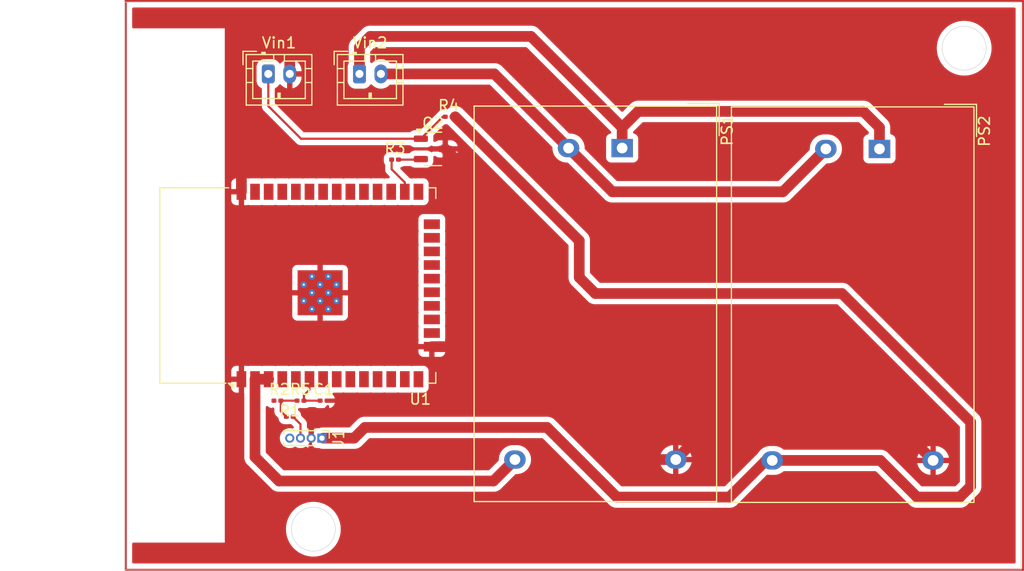
<source format=kicad_pcb>
(kicad_pcb (version 20240108) (generator "pcbnew") (generator_version "8.0")
  (layers (0 "F.Cu" signal) (31 "B.Cu" signal) (34 "B.Paste" user) (35 "F.Paste" user) (36 "B.SilkS" user "B.Silkscreen") (37 "F.SilkS" user "F.Silkscreen") (38 "B.Mask" user) (39 "F.Mask" user) (44 "Edge.Cuts" user))
  (net 0 "")
  (net 1 "GND")
  (net 2 "/ADC")
  (net 4 "+5V")
  (net 5 "Net-(J1-Pin_3)")
  (net 6 "Net-(PS1-AC{slash}N)")
  (net 7 "+3.3V")
  (net 8 "Net-(PS1-AC{slash}L)")
  (net 9 "Net-(Q2-C)")
  (net 10 "Net-(Q2-B)")
  (net 11 "Net-(R1-Pad1)")
  (net 12 "/En")
  (footprint "Resistor_SMD:R_0201_0603Metric" (layer "F.Cu") (at 84 111.5)
    (property "Reference" "R5" (at 0 -1.05 0) (layer "F.SilkS"))
    (property "Value" "R")
    (pad "1" smd roundrect (at -0.32 0) (size 0.46 0.4) (layers "F.Cu" "F.Mask") (net 11 "Net-(R1-Pad1)"))
    (pad "2" smd roundrect (at 0.32 0) (size 0.46 0.4) (layers "F.Cu" "F.Mask") (net 2 "/ADC"))
  )
  (footprint "Connector_JST:JST_PH_B2B-PH-K_1x02_P2.00mm_Vertical" (layer "F.Cu") (at 89.5 81)
    (property "Reference" "Vin2" (at 1 -2.9 0) (layer "F.SilkS"))
    (property "Value" "Conn_01x02_Pin")
    (fp_line (start -2.36 -2.11) (end -2.36 -0.86) (stroke (width 0.12)) (layer "F.SilkS"))
    (fp_line (start -2.06 -1.81) (end -2.06 2.91) (stroke (width 0.12)) (layer "F.SilkS"))
    (fp_line (start -2.06 -0.5) (end -1.45 -0.5) (stroke (width 0.12)) (layer "F.SilkS"))
    (fp_line (start -2.06 0.8) (end -1.45 0.8) (stroke (width 0.12)) (layer "F.SilkS"))
    (fp_line (start -2.06 2.91) (end 4.06 2.91) (stroke (width 0.12)) (layer "F.SilkS"))
    (fp_line (start -1.45 -1.2) (end -1.45 2.3) (stroke (width 0.12)) (layer "F.SilkS"))
    (fp_line (start -1.45 2.3) (end 3.45 2.3) (stroke (width 0.12)) (layer "F.SilkS"))
    (fp_line (start -1.11 -2.11) (end -2.36 -2.11) (stroke (width 0.12)) (layer "F.SilkS"))
    (fp_line (start -0.6 -2.01) (end -0.6 -1.81) (stroke (width 0.12)) (layer "F.SilkS"))
    (fp_line (start -0.3 -2.01) (end -0.6 -2.01) (stroke (width 0.12)) (layer "F.SilkS"))
    (fp_line (start -0.3 -1.91) (end -0.6 -1.91) (stroke (width 0.12)) (layer "F.SilkS"))
    (fp_line (start -0.3 -1.81) (end -0.3 -2.01) (stroke (width 0.12)) (layer "F.SilkS"))
    (fp_line (start 0.5 -1.81) (end 0.5 -1.2) (stroke (width 0.12)) (layer "F.SilkS"))
    (fp_line (start 0.5 -1.2) (end -1.45 -1.2) (stroke (width 0.12)) (layer "F.SilkS"))
    (fp_line (start 0.9 1.8) (end 1.1 1.8) (stroke (width 0.12)) (layer "F.SilkS"))
    (fp_line (start 0.9 2.3) (end 0.9 1.8) (stroke (width 0.12)) (layer "F.SilkS"))
    (fp_line (start 1 2.3) (end 1 1.8) (stroke (width 0.12)) (layer "F.SilkS"))
    (fp_line (start 1.1 1.8) (end 1.1 2.3) (stroke (width 0.12)) (layer "F.SilkS"))
    (fp_line (start 1.5 -1.2) (end 1.5 -1.81) (stroke (width 0.12)) (layer "F.SilkS"))
    (fp_line (start 3.45 -1.2) (end 1.5 -1.2) (stroke (width 0.12)) (layer "F.SilkS"))
    (fp_line (start 3.45 2.3) (end 3.45 -1.2) (stroke (width 0.12)) (layer "F.SilkS"))
    (fp_line (start 4.06 -1.81) (end -2.06 -1.81) (stroke (width 0.12)) (layer "F.SilkS"))
    (fp_line (start 4.06 -0.5) (end 3.45 -0.5) (stroke (width 0.12)) (layer "F.SilkS"))
    (fp_line (start 4.06 0.8) (end 3.45 0.8) (stroke (width 0.12)) (layer "F.SilkS"))
    (fp_line (start 4.06 2.91) (end 4.06 -1.81) (stroke (width 0.12)) (layer "F.SilkS"))
    (pad "1" thru_hole roundrect (at 0 0) (size 1.2 1.75) (drill 0.75) (layers "*.Cu" "*.Mask") (roundrect_rratio 0.208333) (net 8 "Net-(PS1-AC{slash}L)"))
    (pad "2" thru_hole oval (at 2 0) (size 1.2 1.75) (drill 0.75) (layers "*.Cu" "*.Mask") (net 6 "Net-(PS1-AC{slash}N)"))
  )
  (footprint "Connector_JST:JST_PH_B2B-PH-K_1x02_P2.00mm_Vertical" (layer "F.Cu") (at 81 81)
    (property "Reference" "Vin1" (at 1 -2.9 0) (layer "F.SilkS"))
    (property "Value" "Buzzer")
    (fp_line (start -2.36 -2.11) (end -2.36 -0.86) (stroke (width 0.12)) (layer "F.SilkS"))
    (fp_line (start -2.06 -1.81) (end -2.06 2.91) (stroke (width 0.12)) (layer "F.SilkS"))
    (fp_line (start -2.06 -0.5) (end -1.45 -0.5) (stroke (width 0.12)) (layer "F.SilkS"))
    (fp_line (start -2.06 0.8) (end -1.45 0.8) (stroke (width 0.12)) (layer "F.SilkS"))
    (fp_line (start -2.06 2.91) (end 4.06 2.91) (stroke (width 0.12)) (layer "F.SilkS"))
    (fp_line (start -1.45 -1.2) (end -1.45 2.3) (stroke (width 0.12)) (layer "F.SilkS"))
    (fp_line (start -1.45 2.3) (end 3.45 2.3) (stroke (width 0.12)) (layer "F.SilkS"))
    (fp_line (start -1.11 -2.11) (end -2.36 -2.11) (stroke (width 0.12)) (layer "F.SilkS"))
    (fp_line (start -0.6 -2.01) (end -0.6 -1.81) (stroke (width 0.12)) (layer "F.SilkS"))
    (fp_line (start -0.3 -2.01) (end -0.6 -2.01) (stroke (width 0.12)) (layer "F.SilkS"))
    (fp_line (start -0.3 -1.91) (end -0.6 -1.91) (stroke (width 0.12)) (layer "F.SilkS"))
    (fp_line (start -0.3 -1.81) (end -0.3 -2.01) (stroke (width 0.12)) (layer "F.SilkS"))
    (fp_line (start 0.5 -1.81) (end 0.5 -1.2) (stroke (width 0.12)) (layer "F.SilkS"))
    (fp_line (start 0.5 -1.2) (end -1.45 -1.2) (stroke (width 0.12)) (layer "F.SilkS"))
    (fp_line (start 0.9 1.8) (end 1.1 1.8) (stroke (width 0.12)) (layer "F.SilkS"))
    (fp_line (start 0.9 2.3) (end 0.9 1.8) (stroke (width 0.12)) (layer "F.SilkS"))
    (fp_line (start 1 2.3) (end 1 1.8) (stroke (width 0.12)) (layer "F.SilkS"))
    (fp_line (start 1.1 1.8) (end 1.1 2.3) (stroke (width 0.12)) (layer "F.SilkS"))
    (fp_line (start 1.5 -1.2) (end 1.5 -1.81) (stroke (width 0.12)) (layer "F.SilkS"))
    (fp_line (start 3.45 -1.2) (end 1.5 -1.2) (stroke (width 0.12)) (layer "F.SilkS"))
    (fp_line (start 3.45 2.3) (end 3.45 -1.2) (stroke (width 0.12)) (layer "F.SilkS"))
    (fp_line (start 4.06 -1.81) (end -2.06 -1.81) (stroke (width 0.12)) (layer "F.SilkS"))
    (fp_line (start 4.06 -0.5) (end 3.45 -0.5) (stroke (width 0.12)) (layer "F.SilkS"))
    (fp_line (start 4.06 0.8) (end 3.45 0.8) (stroke (width 0.12)) (layer "F.SilkS"))
    (fp_line (start 4.06 2.91) (end 4.06 -1.81) (stroke (width 0.12)) (layer "F.SilkS"))
    (pad "1" thru_hole roundrect (at 0 0) (size 1.2 1.75) (drill 0.75) (layers "*.Cu" "*.Mask") (roundrect_rratio 0.208333) (net 9 "Net-(Q2-C)"))
    (pad "2" thru_hole oval (at 2 0) (size 1.2 1.75) (drill 0.75) (layers "*.Cu" "*.Mask") (net 1 "GND"))
  )
  (footprint "Converter_ACDC:Converter_ACDC_Hi-Link_HLK-PMxx" (layer "F.Cu") (at 114 87.92 -90)
    (property "Reference" "PS1" (at -1.66 -9.79 90) (layer "F.SilkS"))
    (property "Value" "HLK-PM03")
    (fp_line (start -3.92 13.81) (end 33 13.81) (stroke (width 0.12)) (layer "F.SilkS"))
    (fp_line (start -4.16 -6.05) (end -4.16 -9.05) (stroke (width 0.12)) (layer "F.SilkS"))
    (fp_line (start -3.92 -8.81) (end -3.92 13.81) (stroke (width 0.12)) (layer "F.SilkS"))
    (fp_line (start -3.92 -8.81) (end 33 -8.81) (stroke (width 0.12)) (layer "F.SilkS"))
    (fp_line (start 33 -8.81) (end 33 13.81) (stroke (width 0.12)) (layer "F.SilkS"))
    (fp_line (start -4.16 -9.05) (end -1.16 -9.05) (stroke (width 0.12)) (layer "F.SilkS"))
    (pad "1" thru_hole rect (at 0 0 270) (size 1.7 2) (drill 1) (layers "*.Cu" "*.Mask") (net 8 "Net-(PS1-AC{slash}L)"))
    (pad "2" thru_hole oval (at 0 5 270) (size 1.7 2) (drill 1) (layers "*.Cu" "*.Mask") (net 6 "Net-(PS1-AC{slash}N)"))
    (pad "3" thru_hole oval (at 29.08 -5 270) (size 1.7 2) (drill 1) (layers "*.Cu" "*.Mask") (net 1 "GND"))
    (pad "4" thru_hole oval (at 29.08 10 270) (size 1.7 2) (drill 1) (layers "*.Cu" "*.Mask") (net 7 "+3.3V"))
  )
  (footprint "Connector_PinHeader_1.00mm:PinHeader_1x04_P1.00mm_Vertical" (layer "F.Cu") (at 86 115 -90)
    (property "Reference" "J1" (at 0 -1.56 90) (layer "F.SilkS"))
    (property "Value" "Sensor")
    (fp_line (start -0.695 3.56) (end -0.394493 3.56) (stroke (width 0.12)) (layer "F.SilkS"))
    (fp_line (start 0.394493 3.56) (end 0.695 3.56) (stroke (width 0.12)) (layer "F.SilkS"))
    (fp_line (start -0.695 0.685) (end -0.695 3.56) (stroke (width 0.12)) (layer "F.SilkS"))
    (fp_line (start -0.695 0.685) (end -0.608276 0.685) (stroke (width 0.12)) (layer "F.SilkS"))
    (fp_line (start 0.608276 0.685) (end 0.695 0.685) (stroke (width 0.12)) (layer "F.SilkS"))
    (fp_line (start 0.695 0.685) (end 0.695 3.56) (stroke (width 0.12)) (layer "F.SilkS"))
    (fp_line (start -0.695 0) (end -0.695 -0.685) (stroke (width 0.12)) (layer "F.SilkS"))
    (fp_line (start -0.695 -0.685) (end 0 -0.685) (stroke (width 0.12)) (layer "F.SilkS"))
    (pad "1" thru_hole rect (at 0 0 270) (size 0.85 0.85) (drill 0.5) (layers "*.Cu" "*.Mask") (net 4 "+5V"))
    (pad "2" thru_hole oval (at 0 1 270) (size 0.85 0.85) (drill 0.5) (layers "*.Cu" "*.Mask") (net 1 "GND"))
    (pad "3" thru_hole oval (at 0 2 270) (size 0.85 0.85) (drill 0.5) (layers "*.Cu" "*.Mask") (net 5 "Net-(J1-Pin_3)"))
    (pad "4" thru_hole oval (at 0 3 270) (size 0.85 0.85) (drill 0.5) (layers "*.Cu" "*.Mask"))
  )
  (footprint "RF_Module:ESP32-WROOM-32" (layer "F.Cu") (at 86.74 100.75 90)
    (property "Reference" "U1" (at -10.61 8.43 0) (layer "F.SilkS"))
    (property "Value" "ESP32-WROOM-32")
    (fp_line (start 9.12 -15.86) (end 9.12 -9.445) (stroke (width 0.12)) (layer "F.SilkS"))
    (fp_line (start -9.12 -15.86) (end 9.12 -15.86) (stroke (width 0.12)) (layer "F.SilkS"))
    (fp_line (start -9.12 -15.86) (end -9.12 -9.7) (stroke (width 0.12)) (layer "F.SilkS"))
    (fp_line (start 9.12 9.1) (end 9.12 9.88) (stroke (width 0.12)) (layer "F.SilkS"))
    (fp_line (start -9.12 9.1) (end -9.12 9.88) (stroke (width 0.12)) (layer "F.SilkS"))
    (fp_line (start 9.12 9.88) (end 8.12 9.88) (stroke (width 0.12)) (layer "F.SilkS"))
    (fp_line (start -9.12 9.88) (end -8.12 9.88) (stroke (width 0.12)) (layer "F.SilkS"))
    (fp_poly (pts (xy -9.125 -8.975) (xy -9.625 -8.975) (xy -9.125 -9.475) (xy -9.125 -8.975)) (stroke (width 0.12)) (fill solid) (layer "F.SilkS"))
    (pad "1" smd rect (at -8.75 -8.25 90) (size 1.5 0.9) (layers "F.Cu" "F.Paste" "F.Mask") (net 1 "GND"))
    (pad "2" smd rect (at -8.75 -6.98 90) (size 1.5 0.9) (layers "F.Cu" "F.Paste" "F.Mask") (net 7 "+3.3V"))
    (pad "3" smd rect (at -8.75 -5.71 90) (size 1.5 0.9) (layers "F.Cu" "F.Paste" "F.Mask") (net 7 "+3.3V"))
    (pad "4" smd rect (at -8.75 -4.44 90) (size 1.5 0.9) (layers "F.Cu" "F.Paste" "F.Mask"))
    (pad "5" smd rect (at -8.75 -3.17 90) (size 1.5 0.9) (layers "F.Cu" "F.Paste" "F.Mask"))
    (pad "6" smd rect (at -8.75 -1.9 90) (size 1.5 0.9) (layers "F.Cu" "F.Paste" "F.Mask") (net 2 "/ADC"))
    (pad "7" smd rect (at -8.75 -0.63 90) (size 1.5 0.9) (layers "F.Cu" "F.Paste" "F.Mask"))
    (pad "8" smd rect (at -8.75 0.64 90) (size 1.5 0.9) (layers "F.Cu" "F.Paste" "F.Mask"))
    (pad "9" smd rect (at -8.75 1.91 90) (size 1.5 0.9) (layers "F.Cu" "F.Paste" "F.Mask"))
    (pad "10" smd rect (at -8.75 3.18 90) (size 1.5 0.9) (layers "F.Cu" "F.Paste" "F.Mask"))
    (pad "11" smd rect (at -8.75 4.45 90) (size 1.5 0.9) (layers "F.Cu" "F.Paste" "F.Mask"))
    (pad "12" smd rect (at -8.75 5.72 90) (size 1.5 0.9) (layers "F.Cu" "F.Paste" "F.Mask"))
    (pad "13" smd rect (at -8.75 6.99 90) (size 1.5 0.9) (layers "F.Cu" "F.Paste" "F.Mask"))
    (pad "14" smd rect (at -8.75 8.26 90) (size 1.5 0.9) (layers "F.Cu" "F.Paste" "F.Mask"))
    (pad "15" smd rect (at -5.71 9.51 180) (size 1.5 0.9) (layers "F.Cu" "F.Paste" "F.Mask") (net 1 "GND"))
    (pad "16" smd rect (at -4.44 9.51 180) (size 1.5 0.9) (layers "F.Cu" "F.Paste" "F.Mask"))
    (pad "17" smd rect (at -3.17 9.51 180) (size 1.5 0.9) (layers "F.Cu" "F.Paste" "F.Mask"))
    (pad "18" smd rect (at -1.9 9.51 180) (size 1.5 0.9) (layers "F.Cu" "F.Paste" "F.Mask"))
    (pad "19" smd rect (at -0.63 9.51 180) (size 1.5 0.9) (layers "F.Cu" "F.Paste" "F.Mask"))
    (pad "20" smd rect (at 0.64 9.51 180) (size 1.5 0.9) (layers "F.Cu" "F.Paste" "F.Mask"))
    (pad "21" smd rect (at 1.91 9.51 180) (size 1.5 0.9) (layers "F.Cu" "F.Paste" "F.Mask"))
    (pad "22" smd rect (at 3.18 9.51 180) (size 1.5 0.9) (layers "F.Cu" "F.Paste" "F.Mask"))
    (pad "23" smd rect (at 4.45 9.51 180) (size 1.5 0.9) (layers "F.Cu" "F.Paste" "F.Mask"))
    (pad "24" smd rect (at 5.72 9.51 180) (size 1.5 0.9) (layers "F.Cu" "F.Paste" "F.Mask"))
    (pad "25" smd rect (at 8.75 8.26 90) (size 1.5 0.9) (layers "F.Cu" "F.Paste" "F.Mask"))
    (pad "26" smd rect (at 8.75 6.99 90) (size 1.5 0.9) (layers "F.Cu" "F.Paste" "F.Mask") (net 12 "/En"))
    (pad "27" smd rect (at 8.75 5.72 90) (size 1.5 0.9) (layers "F.Cu" "F.Paste" "F.Mask"))
    (pad "28" smd rect (at 8.75 4.45 90) (size 1.5 0.9) (layers "F.Cu" "F.Paste" "F.Mask"))
    (pad "29" smd rect (at 8.75 3.18 90) (size 1.5 0.9) (layers "F.Cu" "F.Paste" "F.Mask"))
    (pad "30" smd rect (at 8.75 1.91 90) (size 1.5 0.9) (layers "F.Cu" "F.Paste" "F.Mask"))
    (pad "31" smd rect (at 8.75 0.64 90) (size 1.5 0.9) (layers "F.Cu" "F.Paste" "F.Mask"))
    (pad "32" smd rect (at 8.75 -0.63 90) (size 1.5 0.9) (layers "F.Cu" "F.Paste" "F.Mask"))
    (pad "33" smd rect (at 8.75 -1.9 90) (size 1.5 0.9) (layers "F.Cu" "F.Paste" "F.Mask"))
    (pad "34" smd rect (at 8.75 -3.17 90) (size 1.5 0.9) (layers "F.Cu" "F.Paste" "F.Mask"))
    (pad "35" smd rect (at 8.75 -4.44 90) (size 1.5 0.9) (layers "F.Cu" "F.Paste" "F.Mask"))
    (pad "36" smd rect (at 8.75 -5.71 90) (size 1.5 0.9) (layers "F.Cu" "F.Paste" "F.Mask"))
    (pad "37" smd rect (at 8.75 -6.98 90) (size 1.5 0.9) (layers "F.Cu" "F.Paste" "F.Mask"))
    (pad "38" smd rect (at 8.75 -8.25 90) (size 1.5 0.9) (layers "F.Cu" "F.Paste" "F.Mask") (net 1 "GND"))
    (pad "39" smd rect (at -2.205 -2.435 90) (size 1.05 1.05) (layers "F.Cu" "F.Paste") (net 1 "GND"))
    (pad "39" thru_hole circle (at -2.205 -1.6725 90) (size 0.6 0.6) (drill 0.2) (property pad_prop_heatsink) (layers "*.Cu" "F.Mask") (net 1 "GND"))
    (pad "39" smd rect (at -2.205 -0.91 90) (size 1.05 1.05) (layers "F.Cu" "F.Paste") (net 1 "GND"))
    (pad "39" thru_hole circle (at -2.205 -0.1475 90) (size 0.6 0.6) (drill 0.2) (property pad_prop_heatsink) (layers "*.Cu" "F.Mask") (net 1 "GND"))
    (pad "39" smd rect (at -2.205 0.615 90) (size 1.05 1.05) (layers "F.Cu" "F.Paste") (net 1 "GND"))
    (pad "39" thru_hole circle (at -1.4425 -2.435 90) (size 0.6 0.6) (drill 0.2) (property pad_prop_heatsink) (layers "*.Cu" "F.Mask") (net 1 "GND"))
    (pad "39" thru_hole circle (at -1.4425 -0.91 90) (size 0.6 0.6) (drill 0.2) (property pad_prop_heatsink) (layers "*.Cu" "F.Mask") (net 1 "GND"))
    (pad "39" thru_hole circle (at -1.4425 0.615 90) (size 0.6 0.6) (drill 0.2) (property pad_prop_heatsink) (layers "*.Cu" "F.Mask") (net 1 "GND"))
    (pad "39" smd rect (at -0.68 -2.435 90) (size 1.05 1.05) (layers "F.Cu" "F.Paste") (net 1 "GND"))
    (pad "39" thru_hole circle (at -0.68 -1.6725 90) (size 0.6 0.6) (drill 0.2) (property pad_prop_heatsink) (layers "*.Cu" "F.Mask") (net 1 "GND"))
    (pad "39" smd rect (at -0.68 -0.91 90) (size 1.05 1.05) (layers "F.Cu" "F.Paste") (net 1 "GND"))
    (pad "39" smd rect (at -0.68 -0.91 90) (size 4.2 4.2) (layers "F.Cu" "F.Mask") (net 1 "GND"))
    (pad "39" thru_hole circle (at -0.68 -0.1475 90) (size 0.6 0.6) (drill 0.2) (property pad_prop_heatsink) (layers "*.Cu" "F.Mask") (net 1 "GND"))
    (pad "39" smd rect (at -0.68 0.615 90) (size 1.05 1.05) (layers "F.Cu" "F.Paste") (net 1 "GND"))
    (pad "39" thru_hole circle (at 0.0825 -2.435 90) (size 0.6 0.6) (drill 0.2) (property pad_prop_heatsink) (layers "*.Cu" "F.Mask") (net 1 "GND"))
    (pad "39" thru_hole circle (at 0.0825 -0.91 90) (size 0.6 0.6) (drill 0.2) (property pad_prop_heatsink) (layers "*.Cu" "F.Mask") (net 1 "GND"))
    (pad "39" thru_hole circle (at 0.0825 0.615 90) (size 0.6 0.6) (drill 0.2) (property pad_prop_heatsink) (layers "*.Cu" "F.Mask") (net 1 "GND"))
    (pad "39" smd rect (at 0.845 -2.435 90) (size 1.05 1.05) (layers "F.Cu" "F.Paste") (net 1 "GND"))
    (pad "39" thru_hole circle (at 0.845 -1.6725 90) (size 0.6 0.6) (drill 0.2) (property pad_prop_heatsink) (layers "*.Cu" "F.Mask") (net 1 "GND"))
    (pad "39" smd rect (at 0.845 -0.91 90) (size 1.05 1.05) (layers "F.Cu" "F.Paste") (net 1 "GND"))
    (pad "39" thru_hole circle (at 0.845 -0.1475 90) (size 0.6 0.6) (drill 0.2) (property pad_prop_heatsink) (layers "*.Cu" "F.Mask") (net 1 "GND"))
    (pad "39" smd rect (at 0.845 0.615 90) (size 1.05 1.05) (layers "F.Cu" "F.Paste") (net 1 "GND"))
    (zone (net 0) (net_name "") (layers "F.Cu" "In1.Cu" "B.Cu") (connect_pads (clearance 0)) (min_thickness 0.254)
      (keepout (tracks not_allowed) (vias not_allowed) (pads not_allowed) (copperpour not_allowed) (footprints not_allowed))
      (fill (thermal_gap 0.508) (thermal_bridge_width 0.508))
      (polygon (pts (xy 76.94 124.75) (xy 76.94 76.75) (xy 56 76.75) (xy 56 124.75)))
    )
  )
  (footprint "Resistor_SMD:R_0201_0603Metric" (layer "F.Cu") (at 92.82 89)
    (property "Reference" "R3" (at 0 -1.05 0) (layer "F.SilkS"))
    (property "Value" "R")
    (pad "1" smd roundrect (at -0.32 0) (size 0.46 0.4) (layers "F.Cu" "F.Mask") (net 12 "/En"))
    (pad "2" smd roundrect (at 0.32 0) (size 0.46 0.4) (layers "F.Cu" "F.Mask") (net 10 "Net-(Q2-B)"))
  )
  (footprint "Resistor_SMD:R_0201_0603Metric" (layer "F.Cu") (at 83 113)
    (property "Reference" "R1" (at 0 -0.55 0) (layer "F.SilkS"))
    (property "Value" "R" (hide yes))
    (pad "1" smd roundrect (at -0.32 0) (size 0.46 0.4) (layers "F.Cu" "F.Mask") (net 11 "Net-(R1-Pad1)"))
    (pad "2" smd roundrect (at 0.32 0) (size 0.46 0.4) (layers "F.Cu" "F.Mask") (net 5 "Net-(J1-Pin_3)"))
  )
  (footprint "Capacitor_SMD:C_0201_0603Metric" (layer "F.Cu") (at 86.155 111.5)
    (property "Reference" "C1" (at 0 -1.05 0) (layer "F.SilkS"))
    (property "Value" "C")
    (pad "1" smd roundrect (at -0.32 0) (size 0.46 0.4) (layers "F.Cu" "F.Mask") (net 2 "/ADC"))
    (pad "2" smd roundrect (at 0.32 0) (size 0.46 0.4) (layers "F.Cu" "F.Mask") (net 1 "GND"))
  )
  (footprint "Resistor_SMD:R_0201_0603Metric" (layer "F.Cu") (at 97.82 85)
    (property "Reference" "R4" (at 0 -1.05 0) (layer "F.SilkS"))
    (property "Value" "R")
    (pad "1" smd roundrect (at -0.32 0) (size 0.46 0.4) (layers "F.Cu" "F.Mask") (net 9 "Net-(Q2-C)"))
    (pad "2" smd roundrect (at 0.32 0) (size 0.46 0.4) (layers "F.Cu" "F.Mask") (net 4 "+5V"))
  )
  (footprint "Package_TO_SOT_SMD:SOT-23-3" (layer "F.Cu") (at 96.3625 88)
    (property "Reference" "Q2" (at 0 -2.4 0) (layer "F.SilkS"))
    (property "Value" "MMBTH10-4LT1G")
    (fp_line (start 0 -1.56) (end -0.8 -1.56) (stroke (width 0.12)) (layer "F.SilkS"))
    (fp_line (start 0 -1.56) (end 0.8 -1.56) (stroke (width 0.12)) (layer "F.SilkS"))
    (fp_line (start 0 1.56) (end -0.8 1.56) (stroke (width 0.12)) (layer "F.SilkS"))
    (fp_line (start 0 1.56) (end 0.8 1.56) (stroke (width 0.12)) (layer "F.SilkS"))
    (fp_poly (pts (xy -1.3 -1.51) (xy -1.54 -1.84) (xy -1.06 -1.84) (xy -1.3 -1.51)) (stroke (width 0.12)) (fill solid) (layer "F.SilkS"))
    (pad "1" smd roundrect (at -1.1375 -0.95) (size 1.325 0.6) (layers "F.Cu" "F.Paste" "F.Mask") (net 9 "Net-(Q2-C)"))
    (pad "2" smd roundrect (at -1.1375 0.95) (size 1.325 0.6) (layers "F.Cu" "F.Paste" "F.Mask") (net 10 "Net-(Q2-B)"))
    (pad "3" smd roundrect (at 1.1375 0) (size 1.325 0.6) (layers "F.Cu" "F.Paste" "F.Mask") (net 1 "GND"))
  )
  (footprint "Converter_ACDC:Converter_ACDC_Hi-Link_HLK-PMxx" (layer "F.Cu") (at 138 88 -90)
    (property "Reference" "PS2" (at -1.66 -9.79 90) (layer "F.SilkS"))
    (property "Value" "HLK-PM01")
    (fp_line (start -3.92 13.81) (end 33 13.81) (stroke (width 0.12)) (layer "F.SilkS"))
    (fp_line (start -4.16 -6.05) (end -4.16 -9.05) (stroke (width 0.12)) (layer "F.SilkS"))
    (fp_line (start -3.92 -8.81) (end -3.92 13.81) (stroke (width 0.12)) (layer "F.SilkS"))
    (fp_line (start -3.92 -8.81) (end 33 -8.81) (stroke (width 0.12)) (layer "F.SilkS"))
    (fp_line (start 33 -8.81) (end 33 13.81) (stroke (width 0.12)) (layer "F.SilkS"))
    (fp_line (start -4.16 -9.05) (end -1.16 -9.05) (stroke (width 0.12)) (layer "F.SilkS"))
    (pad "1" thru_hole rect (at 0 0 270) (size 1.7 2) (drill 1) (layers "*.Cu" "*.Mask") (net 8 "Net-(PS1-AC{slash}L)"))
    (pad "2" thru_hole oval (at 0 5 270) (size 1.7 2) (drill 1) (layers "*.Cu" "*.Mask") (net 6 "Net-(PS1-AC{slash}N)"))
    (pad "3" thru_hole oval (at 29.08 -5 270) (size 1.7 2) (drill 1) (layers "*.Cu" "*.Mask") (net 1 "GND"))
    (pad "4" thru_hole oval (at 29.08 10 270) (size 1.7 2) (drill 1) (layers "*.Cu" "*.Mask") (net 4 "+5V"))
  )
  (footprint "Resistor_SMD:R_0201_0603Metric" (layer "F.Cu") (at 81.845 111.5)
    (property "Reference" "R2" (at 0.2 -1.05 0) (layer "F.SilkS"))
    (property "Value" "R")
    (pad "1" smd roundrect (at -0.32 0) (size 0.46 0.4) (layers "F.Cu" "F.Mask") (net 1 "GND"))
    (pad "2" smd roundrect (at 0.32 0) (size 0.46 0.4) (layers "F.Cu" "F.Mask") (net 11 "Net-(R1-Pad1)"))
  )
  (gr_rect (start 67.7 74.2) (end 151.4 127.3) (stroke (width 0.2)) (fill none) (layer "F.Cu"))
  (gr_circle (center 85.2 123.5) (end 86.7 122.1) (stroke (width 0.05)) (fill none) (layer "Edge.Cuts"))
  (gr_circle (center 145.9 78.6) (end 147.4 77.2) (stroke (width 0.05)) (fill none) (layer "Edge.Cuts"))
  (gr_rect (start 67.6 74.3) (end 151.2 127.3) (stroke (width 0.05)) (fill none) (layer "Edge.Cuts"))
  (segment (start 95.96 112) (end 101.5 106.46) (width 1) (layer "F.Cu") (net 1))
  (segment (start 121.5 114.5) (end 140.42 114.5) (width 1) (layer "F.Cu") (net 1))
  (segment (start 99 89.5) (end 99 103.46) (width 1) (layer "F.Cu") (net 1))
  (segment (start 105.46 106.46) (end 102 106.46) (width 1) (layer "F.Cu") (net 1))
  (segment (start 78.49 79.71) (end 78.49 92) (width 1) (layer "F.Cu") (net 1))
  (segment (start 99 103.46) (end 102 106.46) (width 1) (layer "F.Cu") (net 1))
  (segment (start 116 117) (end 105.46 106.46) (width 1) (layer "F.Cu") (net 1))
  (segment (start 140.42 114.5) (end 143 117.08) (width 1) (layer "F.Cu") (net 1))
  (segment (start 85 113.5) (end 85.5 113) (width 0.5) (layer "F.Cu") (net 1))
  (segment (start 85 115) (end 85 113.5) (width 0.5) (layer "F.Cu") (net 1))
  (segment (start 82.5 78.5) (end 79.7 78.5) (width 1) (layer "F.Cu") (net 1))
  (segment (start 102 106.46) (end 101.5 106.46) (width 1) (layer "F.Cu") (net 1))
  (segment (start 119 117) (end 121.5 114.5) (width 1) (layer "F.Cu") (net 1))
  (segment (start 87.5 111.5) (end 88 112) (width 0.2) (layer "F.Cu") (net 1))
  (segment (start 87 113) (end 88 112) (width 0.5) (layer "F.Cu") (net 1))
  (segment (start 83 81) (end 83 79) (width 1) (layer "F.Cu") (net 1))
  (segment (start 119 117) (end 116 117) (width 1) (layer "F.Cu") (net 1))
  (segment (start 85.5 113) (end 87 113) (width 0.5) (layer "F.Cu") (net 1))
  (segment (start 83 79) (end 82.5 78.5) (width 1) (layer "F.Cu") (net 1))
  (segment (start 101.5 106.46) (end 96.25 106.46) (width 1) (layer "F.Cu") (net 1))
  (segment (start 88 112) (end 95.96 112) (width 1) (layer "F.Cu") (net 1))
  (segment (start 79.7 78.5) (end 78.49 79.71) (width 1) (layer "F.Cu") (net 1))
  (segment (start 97.5 88) (end 99 89.5) (width 1) (layer "F.Cu") (net 1))
  (segment (start 86.475 111.5) (end 87.5 111.5) (width 0.2) (layer "F.Cu") (net 1))
  (segment (start 84.32 111) (end 84.32 111.5) (width 0.2) (layer "F.Cu") (net 2))
  (segment (start 85.835 111.5) (end 84.32 111.5) (width 0.2) (layer "F.Cu") (net 2))
  (segment (start 84.84 109.5) (end 84.84 110.48) (width 0.2) (layer "F.Cu") (net 2))
  (segment (start 84.84 110.48) (end 84.32 111) (width 0.2) (layer "F.Cu") (net 2))
  (segment (start 124 120.5) (end 113.5 120.5) (width 1) (layer "F.Cu") (net 4))
  (segment (start 107 114) (end 90 114) (width 1) (layer "F.Cu") (net 4))
  (segment (start 145.5 120.5) (end 146.5 119.5) (width 1) (layer "F.Cu") (net 4))
  (segment (start 146.5 119.5) (end 146.5 113.5) (width 1) (layer "F.Cu") (net 4))
  (segment (start 134.5 101.5) (end 111.5 101.5) (width 1) (layer "F.Cu") (net 4))
  (segment (start 127.42 117.08) (end 124 120.5) (width 1) (layer "F.Cu") (net 4))
  (segment (start 89 115) (end 86.125 115) (width 1) (layer "F.Cu") (net 4))
  (segment (start 138.08 117.08) (end 141.5 120.5) (width 1) (layer "F.Cu") (net 4))
  (segment (start 113.5 120.5) (end 107 114) (width 1) (layer "F.Cu") (net 4))
  (segment (start 128 117.08) (end 138.08 117.08) (width 1) (layer "F.Cu") (net 4))
  (segment (start 146.5 113.5) (end 134.5 101.5) (width 1) (layer "F.Cu") (net 4))
  (segment (start 110 100) (end 110 96.57) (width 1) (layer "F.Cu") (net 4))
  (segment (start 141.5 120.5) (end 145.5 120.5) (width 1) (layer "F.Cu") (net 4))
  (segment (start 90 114) (end 89 115) (width 1) (layer "F.Cu") (net 4))
  (segment (start 111.5 101.5) (end 110 100) (width 1) (layer "F.Cu") (net 4))
  (segment (start 128 117.08) (end 127.42 117.08) (width 1) (layer "F.Cu") (net 4))
  (segment (start 110 96.57) (end 98.43 85) (width 1) (layer "F.Cu") (net 4))
  (segment (start 83.32 113.02) (end 84 113.7) (width 0.2) (layer "F.Cu") (net 5))
  (segment (start 84 113.7) (end 84 115) (width 0.2) (layer "F.Cu") (net 5))
  (segment (start 83.32 113) (end 83.32 113.02) (width 0.2) (layer "F.Cu") (net 5))
  (segment (start 113.08 92) (end 109 87.92) (width 1) (layer "F.Cu") (net 6))
  (segment (start 109 87.5) (end 109 87.92) (width 0.2) (layer "F.Cu") (net 6))
  (segment (start 129 92) (end 113.08 92) (width 1) (layer "F.Cu") (net 6))
  (segment (start 102.08 81) (end 109 87.92) (width 1) (layer "F.Cu") (net 6))
  (segment (start 133 88) (end 129 92) (width 1) (layer "F.Cu") (net 6))
  (segment (start 91.5 81) (end 102.08 81) (width 1) (layer "F.Cu") (net 6))
  (segment (start 104 117) (end 102 119) (width 1) (layer "F.Cu") (net 7))
  (segment (start 82 119) (end 79.76 116.76) (width 1) (layer "F.Cu") (net 7))
  (segment (start 79.76 109.5) (end 81.03 109.5) (width 1) (layer "F.Cu") (net 7))
  (segment (start 79.76 116.76) (end 79.76 109.5) (width 1) (layer "F.Cu") (net 7))
  (segment (start 102 119) (end 82 119) (width 1) (layer "F.Cu") (net 7))
  (segment (start 115.5 84.5) (end 136.5 84.5) (width 1) (layer "F.Cu") (net 8))
  (segment (start 114 86) (end 115.5 84.5) (width 1) (layer "F.Cu") (net 8))
  (segment (start 136.5 84.5) (end 138 86) (width 1) (layer "F.Cu") (net 8))
  (segment (start 105.5 77.5) (end 90.5 77.5) (width 1) (layer "F.Cu") (net 8))
  (segment (start 114 87.92) (end 114 86) (width 1) (layer "F.Cu") (net 8))
  (segment (start 90.5 77.5) (end 89.5 78.5) (width 1) (layer "F.Cu") (net 8))
  (segment (start 114 86) (end 105.5 77.5) (width 1) (layer "F.Cu") (net 8))
  (segment (start 89.5 78.5) (end 89.5 81) (width 1) (layer "F.Cu") (net 8))
  (segment (start 138 86) (end 138 88) (width 1) (layer "F.Cu") (net 8))
  (segment (start 84.05 87.05) (end 95.225 87.05) (width 0.2) (layer "F.Cu") (net 9))
  (segment (start 97.275 85) (end 97.5 85) (width 0.2) (layer "F.Cu") (net 9))
  (segment (start 81 84) (end 84.05 87.05) (width 0.2) (layer "F.Cu") (net 9))
  (segment (start 95.225 87.05) (end 97.275 85) (width 0.2) (layer "F.Cu") (net 9))
  (segment (start 81 81) (end 81 84) (width 0.2) (layer "F.Cu") (net 9))
  (segment (start 95.175 89) (end 95.225 88.95) (width 0.2) (layer "F.Cu") (net 10))
  (segment (start 93.14 89) (end 95.175 89) (width 0.2) (layer "F.Cu") (net 10))
  (segment (start 83.68 111.5) (end 82.165 111.5) (width 0.2) (layer "F.Cu") (net 11))
  (segment (start 82.165 112.485) (end 82.68 113) (width 0.2) (layer "F.Cu") (net 11))
  (segment (start 82.165 111.5) (end 82.165 112.485) (width 0.2) (layer "F.Cu") (net 11))
  (segment (start 93.73 91.13) (end 92.5 89.9) (width 0.2) (layer "F.Cu") (net 12))
  (segment (start 93.73 92) (end 93.73 91.13) (width 0.2) (layer "F.Cu") (net 12))
  (segment (start 92.5 89.9) (end 92.5 89) (width 0.2) (layer "F.Cu") (net 12))
  (zone (net 1) (net_name "GND") (layer "F.Cu") (connect_pads (clearance 0.5)) (min_thickness 0.25) (fill yes (thermal_gap 0.5) (thermal_bridge_width 0.5))
    (polygon (pts (xy 151.4 74.2) (xy 67.7 74.2) (xy 67.7 127.3) (xy 151.4 127.3)))
  )
)
</source>
